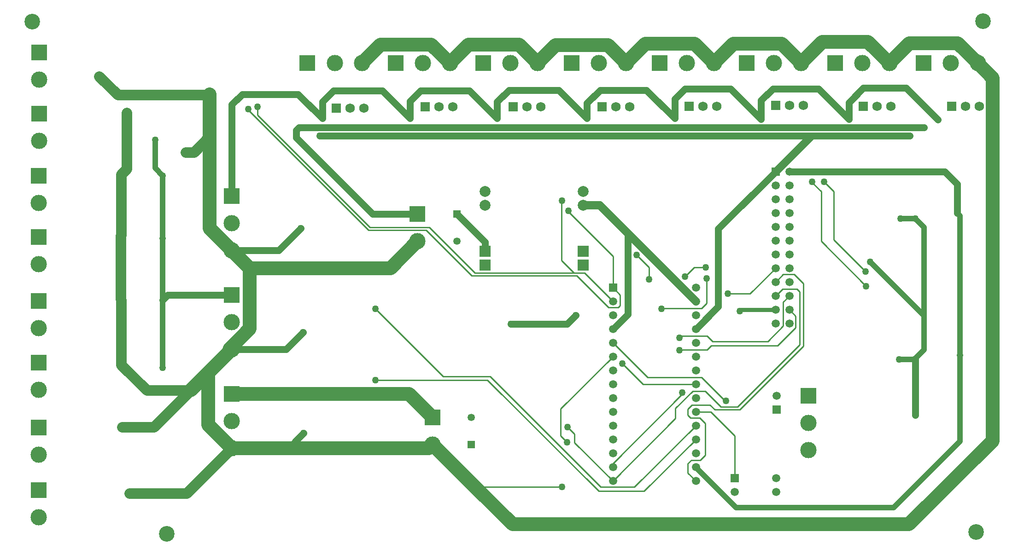
<source format=gbr>
%TF.GenerationSoftware,Altium Limited,Altium Designer,18.0.9 (584)*%
G04 Layer_Physical_Order=2*
G04 Layer_Color=16711680*
%FSLAX26Y26*%
%MOIN*%
%TF.FileFunction,Copper,L2,Bot,Signal*%
%TF.Part,Single*%
G01*
G75*
%TA.AperFunction,Conductor*%
%ADD25C,0.030000*%
%ADD26C,0.010000*%
%ADD27C,0.040000*%
%ADD29C,0.050000*%
%ADD30C,0.060000*%
%ADD33C,0.100000*%
%ADD34C,0.075000*%
%TA.AperFunction,WasherPad*%
%ADD37C,0.113000*%
%TA.AperFunction,ComponentPad*%
%ADD38C,0.078740*%
%ADD39R,0.078740X0.078740*%
%ADD40R,0.059055X0.059055*%
%ADD41C,0.059055*%
%ADD42C,0.118110*%
%ADD43R,0.118110X0.118110*%
%ADD44C,0.053150*%
%ADD45R,0.053150X0.053150*%
%ADD46R,0.059055X0.059055*%
%ADD47R,0.118110X0.118110*%
%ADD48R,0.068898X0.068898*%
%ADD49C,0.068898*%
%TA.AperFunction,ViaPad*%
%ADD50C,0.050000*%
%TA.AperFunction,Conductor*%
%ADD51C,0.055000*%
D25*
X6380000Y2945000D02*
X6629370D01*
D26*
X2880000Y4355000D02*
X3695000Y3540000D01*
X2880000Y4355000D02*
Y4415000D01*
X2812815Y4392185D02*
Y4397815D01*
Y4392185D02*
X3685000Y3520000D01*
X6265000Y2285000D02*
X6270000D01*
X6095000Y2455000D02*
X6265000Y2285000D01*
X6885000Y4200630D02*
Y4205000D01*
X5625000Y3340000D02*
X5715000Y3250000D01*
Y3165000D02*
Y3250000D01*
X5975000Y3185000D02*
X6040000Y3250000D01*
X6125000D01*
X5805000Y2950000D02*
X5810000Y2955000D01*
X6095000D01*
X6130000Y2990000D01*
Y3170000D01*
X4470335Y1645335D02*
X4485000Y1660000D01*
X5085000D01*
X4565000Y2460000D02*
X5365000Y1660000D01*
X4225000Y2460000D02*
X4565000D01*
X4545000Y2435000D02*
X5350000Y1630000D01*
X3735000Y2435000D02*
X4545000D01*
X5125000Y2095000D02*
X5175000Y2045000D01*
Y1982520D02*
Y2045000D01*
Y1982520D02*
X5452520Y1705000D01*
Y1805000D02*
Y1832520D01*
X5955000Y2335000D02*
Y2345000D01*
X5452520Y1832520D02*
X5955000Y2335000D01*
X6765000Y3200000D02*
X6830000Y3135000D01*
Y2680000D02*
Y3135000D01*
X6370000Y2220000D02*
X6830000Y2680000D01*
X6785000Y3095000D02*
X6805000Y3075000D01*
Y2690000D02*
Y3075000D01*
X6355000Y2240000D02*
X6805000Y2690000D01*
X6573759Y2715000D02*
X6685000Y2826241D01*
X6175000Y2715000D02*
X6573759D01*
X6775000Y2815000D02*
Y2899370D01*
X6645000Y2685000D02*
X6775000Y2815000D01*
X6165000Y2685000D02*
X6645000D01*
X5350000Y1630000D02*
X5677520D01*
X5365000Y1660000D02*
X5607520D01*
X5905000Y2157480D02*
Y2230000D01*
X5452520Y1705000D02*
X5905000Y2157480D01*
X6444370Y3060000D02*
X6629370Y3245000D01*
X6285000Y3060000D02*
X6444370D01*
X5130000Y3655000D02*
Y3660000D01*
Y3655000D02*
X5452520Y3332480D01*
X5080000Y3730000D02*
X5085000Y3735000D01*
X5080000Y3300000D02*
Y3730000D01*
X5452520Y3105000D02*
Y3332480D01*
X4455000Y3210000D02*
X5170000D01*
X5080000Y3300000D02*
X5170000Y3210000D01*
X5247520D01*
X5935000Y2650000D02*
X5940000Y2655000D01*
X5935000Y2740000D02*
X5950000Y2755000D01*
X6135000D01*
X6175000Y2715000D01*
X5940000Y2655000D02*
X6135000D01*
X6165000Y2685000D01*
X6370000Y2935000D02*
X6380000Y2945000D01*
X6684842Y2826399D02*
X6685000Y2826241D01*
X6684842Y2826399D02*
Y3000472D01*
X6729370Y3045000D01*
X6629370D02*
X6679370Y3095000D01*
X6785000D01*
X6235000Y2240000D02*
X6355000D01*
X6684370Y3200000D02*
X6765000D01*
X6629370Y3145000D02*
X6684370Y3200000D01*
X5670000Y2405000D02*
X6052520D01*
X5520000Y2555000D02*
X5670000Y2405000D01*
X5905000Y2230000D02*
X6030000Y2355000D01*
X6980000Y3870000D02*
X7050000Y3800000D01*
X6895000Y3865000D02*
Y3870000D01*
Y3865000D02*
X6960000Y3800000D01*
Y3440000D02*
Y3800000D01*
Y3440000D02*
X7285000Y3115000D01*
X7050000Y3450000D02*
Y3800000D01*
Y3450000D02*
X7280000Y3220000D01*
X6120000Y1890000D02*
Y2120000D01*
X6080000Y2160000D02*
X6120000Y2120000D01*
X6015000Y2160000D02*
X6080000D01*
X6085000Y1855000D02*
X6120000Y1890000D01*
X6020000Y1855000D02*
X6085000D01*
X5677520Y1630000D02*
X6052520Y2005000D01*
X5607520Y1660000D02*
X6052520Y2105000D01*
X5995000Y2180000D02*
Y2225000D01*
Y2180000D02*
X6015000Y2160000D01*
X5995000Y1830000D02*
X6020000Y1855000D01*
X5995000Y1762520D02*
Y1830000D01*
X6332520Y1725000D02*
Y2032480D01*
X6160000Y2205000D02*
X6332520Y2032480D01*
X6052520Y2205000D02*
X6160000D01*
X6729370Y2945000D02*
X6775000Y2899370D01*
X5190000Y3190000D02*
X5420000Y2960000D01*
X4430000Y3190000D02*
X5190000D01*
X5247520Y3210000D02*
X5452520Y3005000D01*
X5420000Y2960000D02*
X5490000D01*
X5505000Y2975000D02*
Y3052520D01*
X5490000Y2960000D02*
X5505000Y2975000D01*
X5452520Y3105000D02*
X5505000Y3052520D01*
X4125000Y3540000D02*
X4455000Y3210000D01*
X4100000Y3520000D02*
X4430000Y3190000D01*
X3695000Y3540000D02*
X4125000D01*
X3685000Y3520000D02*
X4100000D01*
X1890000Y3480000D02*
X1895000Y3485000D01*
X1890000Y3020000D02*
X1895000Y3015000D01*
X2676850Y2658150D02*
X2695000D01*
X3735000Y2950000D02*
X4225000Y2460000D01*
X5075000Y2227480D02*
X5452520Y2605000D01*
X5075000Y2030000D02*
Y2227480D01*
Y2030000D02*
X5120000Y1985000D01*
X6120000Y2355000D02*
X6235000Y2240000D01*
X5702520Y2455000D02*
X6095000D01*
X6030000Y2355000D02*
X6120000D01*
X6190000Y2220000D02*
X6370000D01*
X6155000Y2255000D02*
X6190000Y2220000D01*
X6025000Y2255000D02*
X6155000D01*
X5995000Y2225000D02*
X6025000Y2255000D01*
X5995000Y1762520D02*
X6052520Y1705000D01*
X7635000Y2585000D02*
X7640000Y2580000D01*
X6052520Y1802480D02*
Y1805000D01*
X5452520Y2705000D02*
X5702520Y2455000D01*
D27*
X7945000Y3645000D02*
X7965000Y3625000D01*
Y2615000D02*
Y3625000D01*
X7485000Y1510000D02*
X7965000Y1990000D01*
Y2615000D01*
X7705000Y2900000D02*
Y3540000D01*
Y2655000D02*
Y2900000D01*
X7315000Y3290000D02*
X7705000Y2900000D01*
X6345000Y1510000D02*
X7485000D01*
X6052520Y1802480D02*
X6345000Y1510000D01*
X7640000Y3605000D02*
X7705000Y3540000D01*
X7635000Y2585000D02*
X7705000Y2655000D01*
X7525000Y2585000D02*
X7635000D01*
X7535000Y3605000D02*
X7640000D01*
X2195000Y2525000D02*
Y3015000D01*
Y3460000D01*
Y3915000D01*
X2140000Y3970000D02*
Y4175000D01*
Y3970000D02*
X2195000Y3915000D01*
D29*
X7945000Y3645000D02*
Y3855000D01*
X3330000Y4205000D02*
X3780000D01*
X3160000Y4245000D02*
X3180000Y4265000D01*
X3160000Y4190000D02*
Y4245000D01*
Y4190000D02*
X3713150Y3636850D01*
X3180000Y4265000D02*
X3240000D01*
X3713150Y3636850D02*
X4037520D01*
X2695000Y3768701D02*
Y4430000D01*
X2770000Y4505000D01*
X3175000D01*
X3350000Y4330000D01*
X6885000Y4205000D02*
X6945000D01*
X6310000D02*
X6885000D01*
X3240000Y4265000D02*
X3875000D01*
X3780000Y4205000D02*
X4410000D01*
X3875000Y4265000D02*
X4515000D01*
X4410000Y4205000D02*
X5050000D01*
X4515000Y4265000D02*
X5155000D01*
X5050000Y4205000D02*
X5685000D01*
X5155000Y4265000D02*
X5790000D01*
X5685000Y4205000D02*
X6310000D01*
X5790000Y4265000D02*
X6420000D01*
X7055000D01*
X7705000D01*
X6945000Y4205000D02*
X7600000D01*
X3350000Y4330000D02*
Y4450000D01*
X3430000Y4530000D01*
X3785000D01*
X3985000Y4330000D01*
Y4455000D01*
X4060000Y4530000D01*
X4415000D01*
X4615000Y4330000D01*
Y4450000D01*
X4700000Y4535000D01*
X5060000D01*
X5265000Y4330000D01*
Y4440000D01*
X5360000Y4535000D01*
X5695000D01*
X5900000Y4330000D01*
Y4470000D01*
X5975000Y4545000D01*
X6305000D01*
X6525000Y4325000D01*
Y4460000D01*
X6610000Y4545000D01*
X6940000D01*
X7160000Y4325000D01*
Y4445000D01*
X7265000Y4550000D01*
X7575000D01*
X7805000Y4320000D01*
X4715000Y2840000D02*
X5120000D01*
X5185000Y2905000D01*
X6215000Y3530630D02*
X6629370Y3945000D01*
X6215000Y2967480D02*
Y3530630D01*
X6052520Y2805000D02*
X6215000Y2967480D01*
X5560000Y2912480D02*
Y3497520D01*
X5452520Y2805000D02*
X5560000Y2912480D01*
X2695000Y3375000D02*
X3035000D01*
X3195000Y3535000D01*
X2695000Y2658150D02*
X3088150D01*
X3210000Y2780000D01*
X3106299Y1941299D02*
X3215000Y2050000D01*
X7640000Y2180000D02*
Y2580000D01*
X6729370Y3945000D02*
X7855000D01*
X7945000Y3855000D01*
X2195000Y3015000D02*
X2231850Y3051850D01*
X2695000D01*
X4322520Y3638425D02*
X4527520Y3433425D01*
Y3368504D02*
Y3433425D01*
D30*
X5560000Y3497520D02*
X6052520Y3005000D01*
X5357520Y3700000D02*
X5560000Y3497520D01*
X5236181Y3700000D02*
X5357520D01*
D33*
X2676850Y2658150D02*
X2825000Y2806299D01*
X8200000Y1995000D02*
Y4622480D01*
X7595000Y1390000D02*
X8200000Y1995000D01*
X8092480Y4730000D02*
X8200000Y4622480D01*
X4470335Y1645335D02*
X4725669Y1390000D01*
X4147520Y1968150D02*
X4470335Y1645335D01*
X4137480Y4865000D02*
X4272480Y4730000D01*
X3770630Y4865000D02*
X4137480D01*
X3635630Y4730000D02*
X3770630Y4865000D01*
X4772480D02*
X4907480Y4730000D01*
X4407480Y4865000D02*
X4772480D01*
X4272480Y4730000D02*
X4407480Y4865000D01*
X5417480Y4860000D02*
X5547480Y4730000D01*
X5037480Y4860000D02*
X5417480D01*
X4907480Y4730000D02*
X5037480Y4860000D01*
X6042480Y4870000D02*
X6182480Y4730000D01*
X5687480Y4870000D02*
X6042480D01*
X5547480Y4730000D02*
X5687480Y4870000D01*
X6672480D02*
X6812480Y4730000D01*
X6322480Y4870000D02*
X6672480D01*
X6182480Y4730000D02*
X6322480Y4870000D01*
X7297480Y4885000D02*
X7452480Y4730000D01*
X6967480Y4885000D02*
X7297480D01*
X6812480Y4730000D02*
X6967480Y4885000D01*
X7947480Y4875000D02*
X8092480Y4730000D01*
X7597480Y4875000D02*
X7947480D01*
X7452480Y4730000D02*
X7597480Y4875000D01*
X4725669Y1390000D02*
X7595000D01*
X3106299Y1941299D02*
X4120669D01*
X2695000D02*
X3106299D01*
X4120669D02*
X4147520Y1968150D01*
X2825000Y3245000D02*
X3842520D01*
X4037520Y3440000D01*
X2535000Y4200000D02*
Y4505000D01*
Y3535000D02*
Y4200000D01*
Y3535000D02*
X2695000Y3375000D01*
X2396850Y2360000D02*
X2525000Y2488150D01*
X2695000Y2658150D01*
Y3375000D02*
X2825000Y3245000D01*
Y2806299D02*
Y3245000D01*
X2525000Y2111299D02*
Y2488150D01*
Y2111299D02*
X2695000Y1941299D01*
Y2335000D02*
X3977520D01*
X4147520Y2165000D01*
D34*
X2530000Y4500000D02*
X2535000Y4505000D01*
X2445000Y4500000D02*
X2530000D01*
X1735000Y4635000D02*
X1870000Y4500000D01*
X2445000D01*
X2420000Y4085000D02*
X2535000Y4200000D01*
X2360000Y4085000D02*
X2420000D01*
X1935000Y3965000D02*
Y4370000D01*
X1895000Y3925000D02*
X1935000Y3965000D01*
X1895000Y3485000D02*
Y3925000D01*
X1890000Y3020000D02*
Y3480000D01*
X1895000Y2545000D02*
Y3015000D01*
X2131850Y2095000D02*
X2396850Y2360000D01*
X2080000D02*
X2396850D01*
X1895000Y2545000D02*
X2080000Y2360000D01*
X1900000Y2095000D02*
X2131850D01*
X2368701Y1615000D02*
X2695000Y1941299D01*
X1955000Y1615000D02*
X2368701D01*
D37*
X2225000Y1320000D02*
D03*
X1250000Y5030000D02*
D03*
X8130000Y5035000D02*
D03*
X8080000Y1335000D02*
D03*
D38*
X4527520Y3800000D02*
D03*
Y3700000D02*
D03*
X5236181Y3800000D02*
D03*
Y3700000D02*
D03*
D39*
X4527520Y3268504D02*
D03*
Y3368504D02*
D03*
X5236181D02*
D03*
Y3268504D02*
D03*
D40*
X6332520Y1725000D02*
D03*
X5452520Y3105000D02*
D03*
X6629370Y3945000D02*
D03*
D41*
X6332520Y1625000D02*
D03*
X6632520Y1725000D02*
D03*
Y1625000D02*
D03*
X5452520Y3005000D02*
D03*
Y2905000D02*
D03*
Y2805000D02*
D03*
Y2705000D02*
D03*
Y2605000D02*
D03*
Y2505000D02*
D03*
Y2405000D02*
D03*
Y2305000D02*
D03*
Y2205000D02*
D03*
Y2105000D02*
D03*
Y2005000D02*
D03*
Y1905000D02*
D03*
Y1805000D02*
D03*
Y1705000D02*
D03*
X6052520Y3105000D02*
D03*
Y3005000D02*
D03*
Y2905000D02*
D03*
Y2805000D02*
D03*
Y2705000D02*
D03*
Y2605000D02*
D03*
Y2505000D02*
D03*
Y2405000D02*
D03*
Y2305000D02*
D03*
Y2205000D02*
D03*
Y2105000D02*
D03*
Y2005000D02*
D03*
Y1905000D02*
D03*
Y1805000D02*
D03*
Y1705000D02*
D03*
X6729370Y2845000D02*
D03*
Y2945000D02*
D03*
Y3045000D02*
D03*
Y3145000D02*
D03*
Y3245000D02*
D03*
Y3345000D02*
D03*
Y3445000D02*
D03*
Y3545000D02*
D03*
Y3645000D02*
D03*
Y3745000D02*
D03*
Y3845000D02*
D03*
Y3945000D02*
D03*
X6629370Y2845000D02*
D03*
Y2945000D02*
D03*
Y3045000D02*
D03*
Y3145000D02*
D03*
Y3245000D02*
D03*
Y3345000D02*
D03*
Y3445000D02*
D03*
Y3545000D02*
D03*
Y3645000D02*
D03*
Y3745000D02*
D03*
Y3845000D02*
D03*
X6637520Y2320000D02*
D03*
D42*
X1295630Y2363150D02*
D03*
Y2810000D02*
D03*
Y3275000D02*
D03*
Y3718150D02*
D03*
X1300630Y4168150D02*
D03*
Y4610000D02*
D03*
X1295630Y1440000D02*
D03*
Y1893150D02*
D03*
X2695000Y1941299D02*
D03*
Y2138150D02*
D03*
Y2658150D02*
D03*
Y2855000D02*
D03*
Y3375000D02*
D03*
Y3571850D02*
D03*
X4037520Y3440000D02*
D03*
X4147520Y1968150D02*
D03*
X6867520Y1928150D02*
D03*
Y2125000D02*
D03*
X4907480Y4730000D02*
D03*
X4710630D02*
D03*
X3635630D02*
D03*
X3438780D02*
D03*
X4272480D02*
D03*
X4075630D02*
D03*
X6812480D02*
D03*
X6615630D02*
D03*
X6182480D02*
D03*
X5985630D02*
D03*
X5547480D02*
D03*
X5350630D02*
D03*
X8092480D02*
D03*
X7895630D02*
D03*
X7452480D02*
D03*
X7255630D02*
D03*
D43*
X1295630Y2560000D02*
D03*
Y3006850D02*
D03*
Y3471850D02*
D03*
Y3915000D02*
D03*
X1300630Y4365000D02*
D03*
Y4806850D02*
D03*
X1295630Y1636850D02*
D03*
Y2090000D02*
D03*
X2695000Y2335000D02*
D03*
Y3051850D02*
D03*
Y3768701D02*
D03*
X4037520Y3636850D02*
D03*
X4147520Y2165000D02*
D03*
X6867520Y2321850D02*
D03*
D44*
X4322520Y3441575D02*
D03*
X4427520Y2163425D02*
D03*
D45*
X4322520Y3638425D02*
D03*
X4427520Y1966575D02*
D03*
D46*
X6637520Y2220000D02*
D03*
D47*
X4513779Y4730000D02*
D03*
X3241929D02*
D03*
X3878780D02*
D03*
X6418779D02*
D03*
X5788779D02*
D03*
X5153779D02*
D03*
X7698779D02*
D03*
X7058779D02*
D03*
D48*
X4730000Y4414370D02*
D03*
X3450000Y4404370D02*
D03*
X4095000Y4414370D02*
D03*
X6630000Y4424370D02*
D03*
X6005000Y4419370D02*
D03*
X5375000Y4414370D02*
D03*
X7905000Y4419370D02*
D03*
X7265000D02*
D03*
D49*
X4830000Y4414370D02*
D03*
X4930000D02*
D03*
X3550000Y4404370D02*
D03*
X3650000D02*
D03*
X4195000Y4414370D02*
D03*
X4295000D02*
D03*
X6730000Y4424370D02*
D03*
X6830000D02*
D03*
X6105000Y4419370D02*
D03*
X6205000D02*
D03*
X5475000Y4414370D02*
D03*
X5575000D02*
D03*
X8005000Y4419370D02*
D03*
X8105000D02*
D03*
X7365000D02*
D03*
X7465000D02*
D03*
D50*
X7945000Y3645000D02*
D03*
X2880000Y4415000D02*
D03*
X2812815Y4397815D02*
D03*
X3330000Y4205000D02*
D03*
X2445000Y4500000D02*
D03*
X7965000Y2615000D02*
D03*
X6270000Y2285000D02*
D03*
X7705000Y4265000D02*
D03*
X7055000D02*
D03*
X6945000Y4205000D02*
D03*
X7600000D02*
D03*
X5715000Y3165000D02*
D03*
X6125000Y3250000D02*
D03*
X5975000Y3185000D02*
D03*
X5805000Y2950000D02*
D03*
X5625000Y3340000D02*
D03*
X6130000Y3170000D02*
D03*
X5085000Y1660000D02*
D03*
X4715000Y2840000D02*
D03*
X3240000Y4265000D02*
D03*
X3875000D02*
D03*
X3780000Y4205000D02*
D03*
X6285000Y3060000D02*
D03*
X5130000Y3660000D02*
D03*
X5085000Y3735000D02*
D03*
X5935000Y2740000D02*
D03*
Y2650000D02*
D03*
X6370000Y2935000D02*
D03*
X5955000Y2345000D02*
D03*
X5520000Y2555000D02*
D03*
X6980000Y3870000D02*
D03*
X6895000D02*
D03*
X7315000Y3290000D02*
D03*
X5185000Y2905000D02*
D03*
X7805000Y4320000D02*
D03*
X7160000Y4325000D02*
D03*
X6310000Y4205000D02*
D03*
X6420000Y4265000D02*
D03*
X6525000Y4325000D02*
D03*
X5685000Y4205000D02*
D03*
X5790000Y4265000D02*
D03*
X5900000Y4330000D02*
D03*
X5050000Y4205000D02*
D03*
X5155000Y4265000D02*
D03*
X5265000Y4330000D02*
D03*
X4410000Y4205000D02*
D03*
X4515000Y4265000D02*
D03*
X4615000Y4330000D02*
D03*
X3985000D02*
D03*
X3350000D02*
D03*
X2360000Y4085000D02*
D03*
X3215000Y2050000D02*
D03*
X3210000Y2780000D02*
D03*
X3195000Y3535000D02*
D03*
X3735000Y2950000D02*
D03*
Y2435000D02*
D03*
X5120000Y1985000D02*
D03*
X5125000Y2095000D02*
D03*
X7640000Y2180000D02*
D03*
X7285000Y3115000D02*
D03*
X7280000Y3220000D02*
D03*
X1735000Y4635000D02*
D03*
X1935000Y4370000D02*
D03*
X1895000Y3925000D02*
D03*
Y3485000D02*
D03*
X1890000Y3020000D02*
D03*
X1895000Y2545000D02*
D03*
X1955000Y1615000D02*
D03*
X1900000Y2095000D02*
D03*
X2140000Y4175000D02*
D03*
X2195000Y3915000D02*
D03*
Y3460000D02*
D03*
Y3015000D02*
D03*
Y2525000D02*
D03*
X2535000Y4505000D02*
D03*
X7525000Y2585000D02*
D03*
X7635000D02*
D03*
X7535000Y3605000D02*
D03*
X7640000D02*
D03*
D51*
X6629370Y3945000D02*
X6885000Y4200630D01*
%TF.MD5,34c6e343e4e135e415e8707c96347c64*%
M02*

</source>
